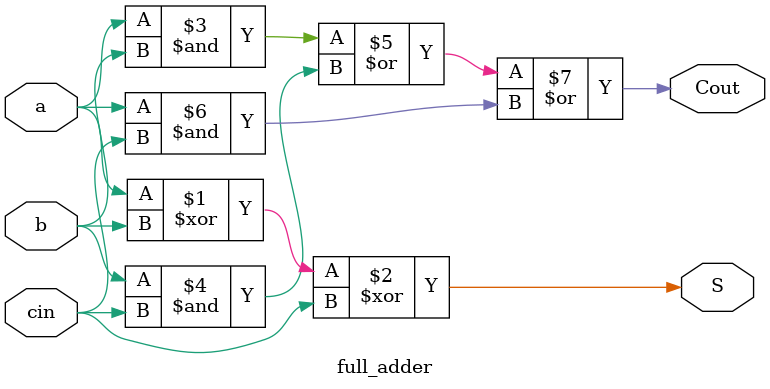
<source format=v>
module full_adder(input a, b, cin, output S, Cout);
  assign S = a ^ b ^ cin;
  assign Cout = (a & b) | (b & cin) | (a & cin);
endmodule

</source>
